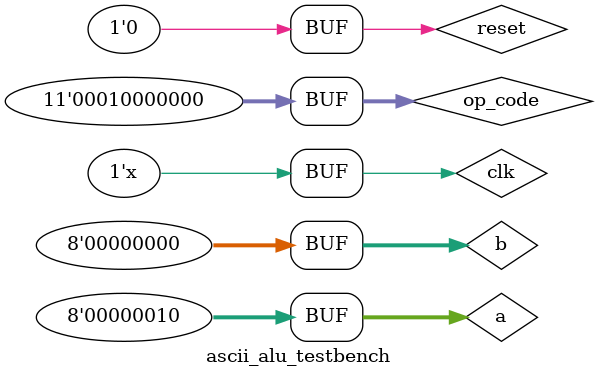
<source format=v>
`timescale 1ns / 1ps


module ascii_alu_testbench;
reg clk;
reg [7:0] a;
reg [7:0] b;
reg [10:0] op_code;
reg reset;
reg go;
//output reg [7:0] out,
 wire[39:0] display_alu;
 wire[2:0]rgb1;
wire [2:0]rgb2;
 wire horizSyncOut;
 wire vertSyncOut;
 wire[3:0]VGA_R;
 wire[3:0]VGA_G;
 wire[3:0]VGA_B;
ascii_alu ASA(.clk(clk), .a(a), .b(b),.go(go),.reset(reset), .op_code(op_code), .display(display_alu),.rgb1(rgb1),.rgb2(rgb2),.horizSyncOut(horizSyncOut),.vertSyncOut(vertSyncOut),.VGA_R(VGA_R),.VGA_G(VGA_G),.VGA_B(VGA_B));
initial begin
a=0;b=0; op_code= 0;clk=0;
#10 reset=1;
#10 reset=0;
#300 op_code= 11'b00010000000;
#400 a=2;
end
always #2 clk=~clk;








endmodule

</source>
